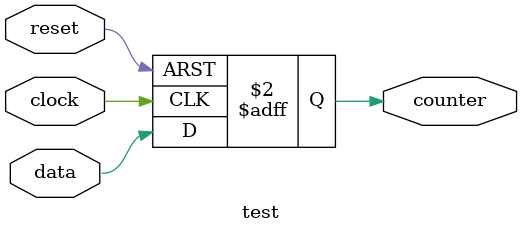
<source format=v>
module test (counter, data, clock, reset);
 input clock, reset, data;
 output counter;
 reg counter;
 always @(posedge clock or posedge reset)
   if (reset)
     counter = 0;
   else
     counter = data;
endmodule

</source>
